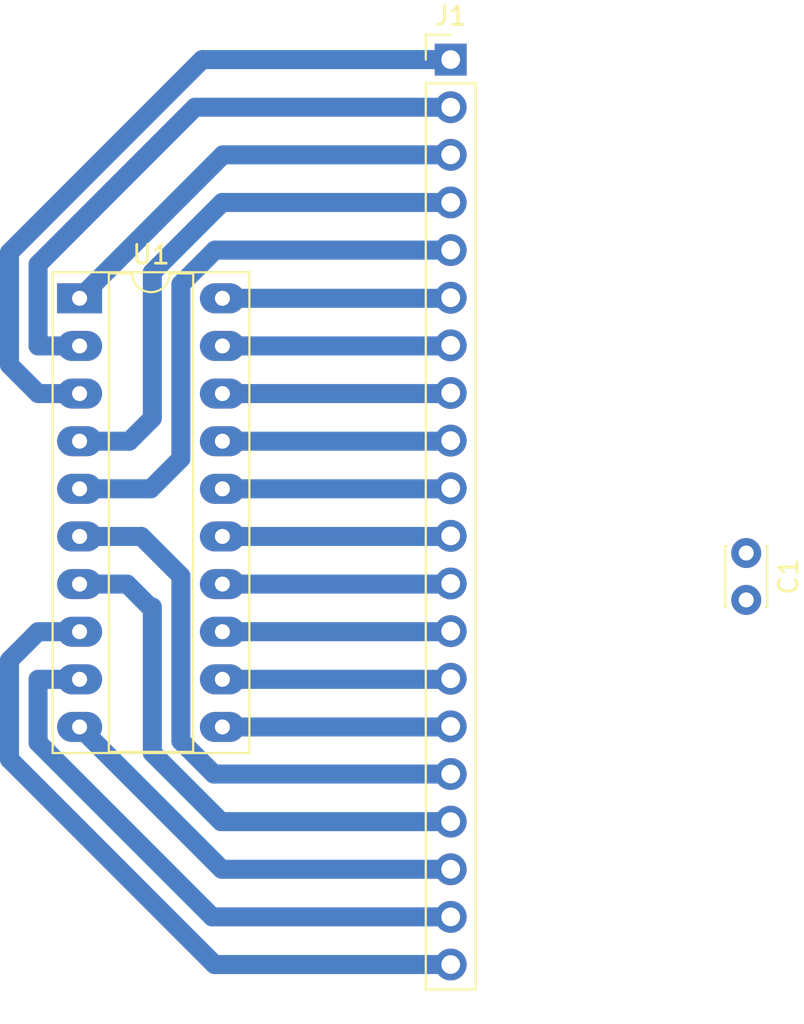
<source format=kicad_pcb>
(kicad_pcb (version 20211014) (generator pcbnew)
  (layers (0 "F.Cu" signal) (31 "B.Cu" signal) (34 "B.Paste" user) (35 "F.Paste" user) (36 "B.SilkS" user "B.Silkscreen") (37 "F.SilkS" user "F.Silkscreen") (38 "B.Mask" user) (39 "F.Mask" user) (44 "Edge.Cuts" user))
  (net 0 "")
  (net 1 "Net-(C1-Pad1)")
  (net 2 "Net-(C1-Pad2)")
  (net 3 "Net-(J1-Pad1)")
  (net 4 "Net-(J1-Pad2)")
  (net 5 "Net-(J1-Pad3)")
  (net 6 "Net-(J1-Pad4)")
  (net 7 "Net-(J1-Pad5)")
  (net 8 "Net-(J1-Pad7)")
  (net 9 "Net-(J1-Pad8)")
  (net 10 "Net-(J1-Pad9)")
  (net 11 "Net-(J1-Pad10)")
  (net 12 "Net-(J1-Pad11)")
  (net 13 "Net-(J1-Pad12)")
  (net 14 "Net-(J1-Pad13)")
  (net 15 "Net-(J1-Pad14)")
  (net 16 "Net-(J1-Pad15)")
  (net 17 "Net-(J1-Pad16)")
  (net 18 "Net-(J1-Pad17)")
  (net 19 "Net-(J1-Pad18)")
  (net 20 "Net-(J1-Pad19)")
  (footprint "Capacitor_THT:C_Disc_D3.0mm_W2.0mm_P2.50mm" (layer "F.Cu") (at 160.675 84.074 -90)
    (fp_text reference "C1" (at 1.25 -2.25 90) (layer "F.SilkS"))
    (fp_text value "10nF")
    (fp_line (start -0.37 1.055) (end -0.37 1.12) (layer "F.SilkS") (width 0.12))
    (fp_line (start -0.37 -1.12) (end 2.87 -1.12) (layer "F.SilkS") (width 0.12))
    (fp_line (start 2.87 1.055) (end 2.87 1.12) (layer "F.SilkS") (width 0.12))
    (fp_line (start -0.37 -1.12) (end -0.37 -1.055) (layer "F.SilkS") (width 0.12))
    (fp_line (start -0.37 1.12) (end 2.87 1.12) (layer "F.SilkS") (width 0.12))
    (fp_line (start 2.87 -1.12) (end 2.87 -1.055) (layer "F.SilkS") (width 0.12))
    (pad "1" thru_hole circle (at 0 0 270) (size 1.6 1.6) (drill 0.8) (layers *.Cu *.Mask) (net 1 "Net-(C1-Pad1)"))
    (pad "2" thru_hole circle (at 2.5 0 270) (size 1.6 1.6) (drill 0.8) (layers *.Cu *.Mask) (net 2 "Net-(C1-Pad2)"))
  )
  (footprint "Connector_PinHeader_2.54mm:PinHeader_1x20_P2.54mm_Vertical" (layer "F.Cu") (at 144.907 57.759)
    (fp_text reference "J1" (at 0 -2.33) (layer "F.SilkS"))
    (fp_text value "Conn_01x20_Male")
    (fp_line (start -1.33 49.59) (end 1.33 49.59) (layer "F.SilkS") (width 0.12))
    (fp_line (start -1.33 0) (end -1.33 -1.33) (layer "F.SilkS") (width 0.12))
    (fp_line (start -1.33 1.27) (end -1.33 49.59) (layer "F.SilkS") (width 0.12))
    (fp_line (start -1.33 -1.33) (end 0 -1.33) (layer "F.SilkS") (width 0.12))
    (fp_line (start 1.33 1.27) (end 1.33 49.59) (layer "F.SilkS") (width 0.12))
    (fp_line (start -1.33 1.27) (end 1.33 1.27) (layer "F.SilkS") (width 0.12))
    (pad "1" thru_hole rect (at 0 0) (size 1.7 1.7) (drill 1) (layers *.Cu *.Mask) (net 3 "Net-(J1-Pad1)"))
    (pad "2" thru_hole oval (at 0 2.54) (size 1.7 1.7) (drill 1) (layers *.Cu *.Mask) (net 4 "Net-(J1-Pad2)"))
    (pad "3" thru_hole oval (at 0 5.08) (size 1.7 1.7) (drill 1) (layers *.Cu *.Mask) (net 5 "Net-(J1-Pad3)"))
    (pad "4" thru_hole oval (at 0 7.62) (size 1.7 1.7) (drill 1) (layers *.Cu *.Mask) (net 6 "Net-(J1-Pad4)"))
    (pad "5" thru_hole oval (at 0 10.16) (size 1.7 1.7) (drill 1) (layers *.Cu *.Mask) (net 7 "Net-(J1-Pad5)"))
    (pad "6" thru_hole oval (at 0 12.7) (size 1.7 1.7) (drill 1) (layers *.Cu *.Mask) (net 1 "Net-(C1-Pad1)"))
    (pad "7" thru_hole oval (at 0 15.24) (size 1.7 1.7) (drill 1) (layers *.Cu *.Mask) (net 8 "Net-(J1-Pad7)"))
    (pad "8" thru_hole oval (at 0 17.78) (size 1.7 1.7) (drill 1) (layers *.Cu *.Mask) (net 9 "Net-(J1-Pad8)"))
    (pad "9" thru_hole oval (at 0 20.32) (size 1.7 1.7) (drill 1) (layers *.Cu *.Mask) (net 10 "Net-(J1-Pad9)"))
    (pad "10" thru_hole oval (at 0 22.86) (size 1.7 1.7) (drill 1) (layers *.Cu *.Mask) (net 11 "Net-(J1-Pad10)"))
    (pad "11" thru_hole oval (at 0 25.4) (size 1.7 1.7) (drill 1) (layers *.Cu *.Mask) (net 12 "Net-(J1-Pad11)"))
    (pad "12" thru_hole oval (at 0 27.94) (size 1.7 1.7) (drill 1) (layers *.Cu *.Mask) (net 13 "Net-(J1-Pad12)"))
    (pad "13" thru_hole oval (at 0 30.48) (size 1.7 1.7) (drill 1) (layers *.Cu *.Mask) (net 14 "Net-(J1-Pad13)"))
    (pad "14" thru_hole oval (at 0 33.02) (size 1.7 1.7) (drill 1) (layers *.Cu *.Mask) (net 15 "Net-(J1-Pad14)"))
    (pad "15" thru_hole oval (at 0 35.56) (size 1.7 1.7) (drill 1) (layers *.Cu *.Mask) (net 16 "Net-(J1-Pad15)"))
    (pad "16" thru_hole oval (at 0 38.1) (size 1.7 1.7) (drill 1) (layers *.Cu *.Mask) (net 17 "Net-(J1-Pad16)"))
    (pad "17" thru_hole oval (at 0 40.64) (size 1.7 1.7) (drill 1) (layers *.Cu *.Mask) (net 18 "Net-(J1-Pad17)"))
    (pad "18" thru_hole oval (at 0 43.18) (size 1.7 1.7) (drill 1) (layers *.Cu *.Mask) (net 19 "Net-(J1-Pad18)"))
    (pad "19" thru_hole oval (at 0 45.72) (size 1.7 1.7) (drill 1) (layers *.Cu *.Mask) (net 20 "Net-(J1-Pad19)"))
    (pad "20" thru_hole oval (at 0 48.26) (size 1.7 1.7) (drill 1) (layers *.Cu *.Mask) (net 2 "Net-(C1-Pad2)"))
  )
  (footprint "Package_DIP:DIP-20_W7.62mm_Socket_LongPads" (layer "F.Cu") (at 125.105 70.49)
    (fp_text reference "U1" (at 3.81 -2.33) (layer "F.SilkS"))
    (fp_text value "AT89C4051-24P")
    (fp_line (start -1.44 24.25) (end 9.06 24.25) (layer "F.SilkS") (width 0.12))
    (fp_line (start 6.06 24.19) (end 6.06 -1.33) (layer "F.SilkS") (width 0.12))
    (fp_line (start 9.06 -1.39) (end -1.44 -1.39) (layer "F.SilkS") (width 0.12))
    (fp_line (start 9.06 24.25) (end 9.06 -1.39) (layer "F.SilkS") (width 0.12))
    (fp_line (start 1.56 -1.33) (end 1.56 24.19) (layer "F.SilkS") (width 0.12))
    (fp_line (start 2.81 -1.33) (end 1.56 -1.33) (layer "F.SilkS") (width 0.12))
    (fp_line (start 6.06 -1.33) (end 4.81 -1.33) (layer "F.SilkS") (width 0.12))
    (fp_line (start 1.56 24.19) (end 6.06 24.19) (layer "F.SilkS") (width 0.12))
    (fp_line (start -1.44 -1.39) (end -1.44 24.25) (layer "F.SilkS") (width 0.12))
    (fp_arc (start 4.81 -1.33) (mid 3.81 -0.33) (end 2.81 -1.33) (layer "F.SilkS") (width 0.12))
    (pad "1" thru_hole rect (at 0 0) (size 2.4 1.6) (drill 0.8) (layers *.Cu *.Mask) (net 5 "Net-(J1-Pad3)"))
    (pad "2" thru_hole oval (at 0 2.54) (size 2.4 1.6) (drill 0.8) (layers *.Cu *.Mask) (net 4 "Net-(J1-Pad2)"))
    (pad "3" thru_hole oval (at 0 5.08) (size 2.4 1.6) (drill 0.8) (layers *.Cu *.Mask) (net 3 "Net-(J1-Pad1)"))
    (pad "4" thru_hole oval (at 0 7.62) (size 2.4 1.6) (drill 0.8) (layers *.Cu *.Mask) (net 6 "Net-(J1-Pad4)"))
    (pad "5" thru_hole oval (at 0 10.16) (size 2.4 1.6) (drill 0.8) (layers *.Cu *.Mask) (net 7 "Net-(J1-Pad5)"))
    (pad "6" thru_hole oval (at 0 12.7) (size 2.4 1.6) (drill 0.8) (layers *.Cu *.Mask) (net 17 "Net-(J1-Pad16)"))
    (pad "7" thru_hole oval (at 0 15.24) (size 2.4 1.6) (drill 0.8) (layers *.Cu *.Mask) (net 18 "Net-(J1-Pad17)"))
    (pad "8" thru_hole oval (at 0 17.78) (size 2.4 1.6) (drill 0.8) (layers *.Cu *.Mask) (net 2 "Net-(C1-Pad2)"))
    (pad "9" thru_hole oval (at 0 20.32) (size 2.4 1.6) (drill 0.8) (layers *.Cu *.Mask) (net 20 "Net-(J1-Pad19)"))
    (pad "10" thru_hole oval (at 0 22.86) (size 2.4 1.6) (drill 0.8) (layers *.Cu *.Mask) (net 19 "Net-(J1-Pad18)"))
    (pad "11" thru_hole oval (at 7.62 22.86) (size 2.4 1.6) (drill 0.8) (layers *.Cu *.Mask) (net 16 "Net-(J1-Pad15)"))
    (pad "12" thru_hole oval (at 7.62 20.32) (size 2.4 1.6) (drill 0.8) (layers *.Cu *.Mask) (net 15 "Net-(J1-Pad14)"))
    (pad "13" thru_hole oval (at 7.62 17.78) (size 2.4 1.6) (drill 0.8) (layers *.Cu *.Mask) (net 14 "Net-(J1-Pad13)"))
    (pad "14" thru_hole oval (at 7.62 15.24) (size 2.4 1.6) (drill 0.8) (layers *.Cu *.Mask) (net 13 "Net-(J1-Pad12)"))
    (pad "15" thru_hole oval (at 7.62 12.7) (size 2.4 1.6) (drill 0.8) (layers *.Cu *.Mask) (net 12 "Net-(J1-Pad11)"))
    (pad "16" thru_hole oval (at 7.62 10.16) (size 2.4 1.6) (drill 0.8) (layers *.Cu *.Mask) (net 11 "Net-(J1-Pad10)"))
    (pad "17" thru_hole oval (at 7.62 7.62) (size 2.4 1.6) (drill 0.8) (layers *.Cu *.Mask) (net 10 "Net-(J1-Pad9)"))
    (pad "18" thru_hole oval (at 7.62 5.08) (size 2.4 1.6) (drill 0.8) (layers *.Cu *.Mask) (net 9 "Net-(J1-Pad8)"))
    (pad "19" thru_hole oval (at 7.62 2.54) (size 2.4 1.6) (drill 0.8) (layers *.Cu *.Mask) (net 8 "Net-(J1-Pad7)"))
    (pad "20" thru_hole oval (at 7.62 0) (size 2.4 1.6) (drill 0.8) (layers *.Cu *.Mask) (net 1 "Net-(C1-Pad1)"))
  )
  (segment (start 144.876 70.49) (end 144.907 70.459) (width 1.016) (layer "B.Cu") (net 1))
  (segment (start 132.725 70.49) (end 144.876 70.49) (width 1.016) (layer "B.Cu") (net 1))
  (segment (start 132.308 106.019) (end 144.907 106.019) (width 1.016) (layer "B.Cu") (net 2))
  (segment (start 121.365481 95.076481) (end 132.308 106.019) (width 1.016) (layer "B.Cu") (net 2))
  (segment (start 122.889 88.27) (end 121.365481 89.793519) (width 1.016) (layer "B.Cu") (net 2))
  (segment (start 121.365481 89.793519) (end 121.365481 95.076481) (width 1.016) (layer "B.Cu") (net 2))
  (segment (start 125.105 88.27) (end 122.889 88.27) (width 1.016) (layer "B.Cu") (net 2))
  (segment (start 125.105 75.57) (end 122.889 75.57) (width 1.016) (layer "B.Cu") (net 3))
  (segment (start 121.36548 68.043916) (end 131.650396 57.759) (width 1.016) (layer "B.Cu") (net 3))
  (segment (start 121.36548 74.04648) (end 121.36548 68.043916) (width 1.016) (layer "B.Cu") (net 3))
  (segment (start 122.889 75.57) (end 121.36548 74.04648) (width 1.016) (layer "B.Cu") (net 3))
  (segment (start 131.650396 57.759) (end 144.907 57.759) (width 1.016) (layer "B.Cu") (net 3))
  (segment (start 122.889 73.03) (end 122.889 68.674978) (width 1.016) (layer "B.Cu") (net 4))
  (segment (start 131.264978 60.299) (end 144.907 60.299) (width 1.016) (layer "B.Cu") (net 4))
  (segment (start 125.105 73.03) (end 122.889 73.03) (width 1.016) (layer "B.Cu") (net 4))
  (segment (start 122.889 68.674978) (end 131.264978 60.299) (width 1.016) (layer "B.Cu") (net 4))
  (segment (start 132.756 62.839) (end 144.907 62.839) (width 1.016) (layer "B.Cu") (net 5))
  (segment (start 125.105 70.49) (end 132.756 62.839) (width 1.016) (layer "B.Cu") (net 5))
  (segment (start 128.985961 69.106924) (end 132.713885 65.379) (width 1.016) (layer "B.Cu") (net 6))
  (segment (start 128.98596 76.88104) (end 128.985961 69.106924) (width 1.016) (layer "B.Cu") (net 6))
  (segment (start 125.105 78.11) (end 127.757 78.11) (width 1.016) (layer "B.Cu") (net 6))
  (segment (start 127.757 78.11) (end 128.98596 76.88104) (width 1.016) (layer "B.Cu") (net 6))
  (segment (start 132.713885 65.379) (end 144.907 65.379) (width 1.016) (layer "B.Cu") (net 6))
  (segment (start 132.328467 67.919) (end 144.907 67.919) (width 1.016) (layer "B.Cu") (net 7))
  (segment (start 130.50948 79.04052) (end 130.50948 69.737987) (width 1.016) (layer "B.Cu") (net 7))
  (segment (start 130.50948 69.737987) (end 132.328467 67.919) (width 1.016) (layer "B.Cu") (net 7))
  (segment (start 128.9 80.65) (end 130.50948 79.04052) (width 1.016) (layer "B.Cu") (net 7))
  (segment (start 125.105 80.65) (end 128.9 80.65) (width 1.016) (layer "B.Cu") (net 7))
  (segment (start 144.876 73.03) (end 144.907 72.999) (width 1.016) (layer "B.Cu") (net 8))
  (segment (start 132.725 73.03) (end 144.876 73.03) (width 1.016) (layer "B.Cu") (net 8))
  (segment (start 132.725 75.57) (end 144.876 75.57) (width 1.016) (layer "B.Cu") (net 9))
  (segment (start 144.876 75.57) (end 144.907 75.539) (width 1.016) (layer "B.Cu") (net 9))
  (segment (start 144.876 78.11) (end 144.907 78.079) (width 1.016) (layer "B.Cu") (net 10))
  (segment (start 132.725 78.11) (end 144.876 78.11) (width 1.016) (layer "B.Cu") (net 10))
  (segment (start 132.725 80.65) (end 144.876 80.65) (width 1.016) (layer "B.Cu") (net 11))
  (segment (start 144.876 80.65) (end 144.907 80.619) (width 1.016) (layer "B.Cu") (net 11))
  (segment (start 144.876 83.19) (end 144.907 83.159) (width 1.016) (layer "B.Cu") (net 12))
  (segment (start 132.725 83.19) (end 144.876 83.19) (width 1.016) (layer "B.Cu") (net 12))
  (segment (start 132.725 85.73) (end 144.876 85.73) (width 1.016) (layer "B.Cu") (net 13))
  (segment (start 144.876 85.73) (end 144.907 85.699) (width 1.016) (layer "B.Cu") (net 13))
  (segment (start 144.876 88.27) (end 144.907 88.239) (width 1.016) (layer "B.Cu") (net 14))
  (segment (start 132.725 88.27) (end 144.876 88.27) (width 1.016) (layer "B.Cu") (net 14))
  (segment (start 144.876 90.81) (end 144.907 90.779) (width 1.016) (layer "B.Cu") (net 15))
  (segment (start 132.725 90.81) (end 144.876 90.81) (width 1.016) (layer "B.Cu") (net 15))
  (segment (start 144.876 93.35) (end 144.907 93.319) (width 1.016) (layer "B.Cu") (net 16))
  (segment (start 132.725 93.35) (end 144.876 93.35) (width 1.016) (layer "B.Cu") (net 16))
  (segment (start 130.50948 85.29748) (end 130.50948 94.102013) (width 1.016) (layer "B.Cu") (net 17))
  (segment (start 132.266467 95.859) (end 144.907 95.859) (width 1.016) (layer "B.Cu") (net 17))
  (segment (start 130.50948 94.102013) (end 132.266467 95.859) (width 1.016) (layer "B.Cu") (net 17))
  (segment (start 128.402 83.19) (end 130.50948 85.29748) (width 1.016) (layer "B.Cu") (net 17))
  (segment (start 125.105 83.19) (end 128.402 83.19) (width 1.016) (layer "B.Cu") (net 17))
  (segment (start 128.985961 94.733076) (end 132.651885 98.399) (width 1.016) (layer "B.Cu") (net 18))
  (segment (start 128.98596 86.94896) (end 128.985961 94.733076) (width 1.016) (layer "B.Cu") (net 18))
  (segment (start 132.651885 98.399) (end 144.907 98.399) (width 1.016) (layer "B.Cu") (net 18))
  (segment (start 127.64 85.73) (end 128.85896 86.94896) (width 1.016) (layer "B.Cu") (net 18))
  (segment (start 125.105 85.73) (end 127.64 85.73) (width 1.016) (layer "B.Cu") (net 18))
  (segment (start 132.694 100.939) (end 144.907 100.939) (width 1.016) (layer "B.Cu") (net 19))
  (segment (start 125.105 93.35) (end 132.694 100.939) (width 1.016) (layer "B.Cu") (net 19))
  (segment (start 125.105 90.81) (end 122.889 90.81) (width 1.016) (layer "B.Cu") (net 20))
  (segment (start 122.889 90.81) (end 122.889 94.187) (width 1.016) (layer "B.Cu") (net 20))
  (segment (start 132.181 103.479) (end 144.907 103.479) (width 1.016) (layer "B.Cu") (net 20))
  (segment (start 122.889 94.187) (end 132.181 103.479) (width 1.016) (layer "B.Cu") (net 20))
)
</source>
